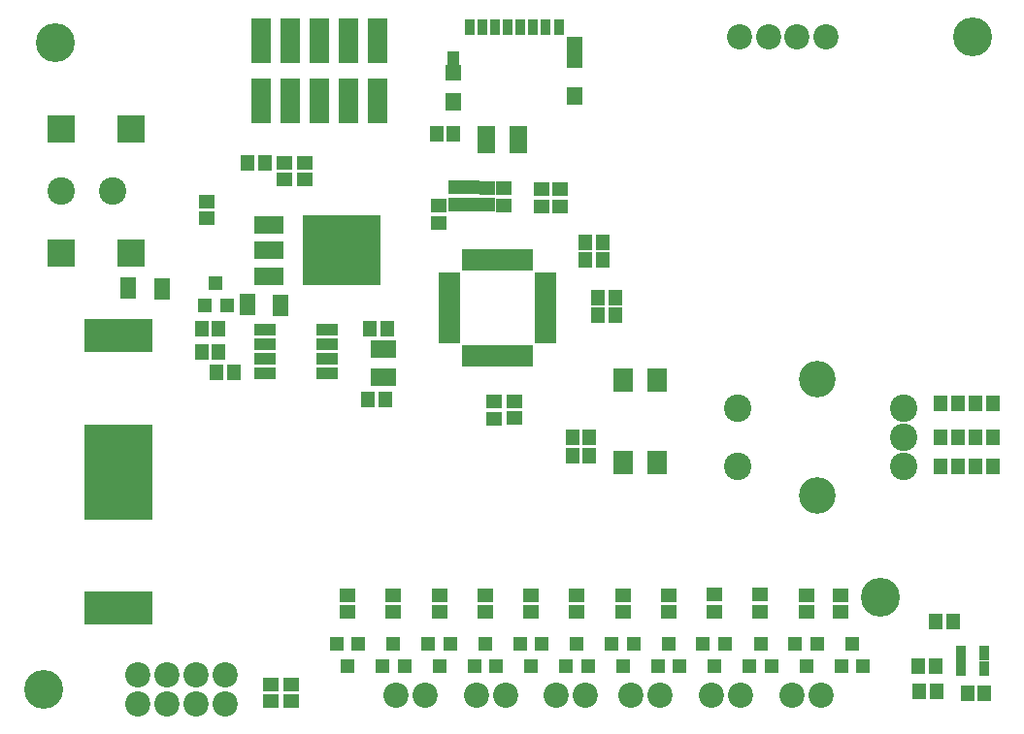
<source format=gbr>
G04 #@! TF.FileFunction,Soldermask,Top*
%FSLAX46Y46*%
G04 Gerber Fmt 4.6, Leading zero omitted, Abs format (unit mm)*
G04 Created by KiCad (PCBNEW 4.0.7) date 06/25/18 12:02:01*
%MOMM*%
%LPD*%
G01*
G04 APERTURE LIST*
%ADD10C,0.100000*%
%ADD11C,3.400000*%
%ADD12R,1.650000X2.400000*%
%ADD13C,2.398980*%
%ADD14R,2.398980X2.398980*%
%ADD15R,1.670000X3.960000*%
%ADD16C,2.200000*%
%ADD17R,1.450000X1.600000*%
%ADD18R,1.450000X1.480000*%
%ADD19R,1.450000X2.790000*%
%ADD20R,1.120000X1.180000*%
%ADD21R,0.900000X1.400000*%
%ADD22R,1.299160X1.400760*%
%ADD23R,1.200100X1.200100*%
%ADD24R,1.400760X1.299160*%
%ADD25C,3.200000*%
%ADD26C,2.400000*%
%ADD27R,2.600000X1.600000*%
%ADD28R,6.800000X6.200000*%
%ADD29R,0.900000X0.750000*%
%ADD30R,0.700000X1.900000*%
%ADD31R,1.900000X0.700000*%
%ADD32R,1.950000X1.000000*%
%ADD33R,2.300000X1.500000*%
%ADD34R,5.960000X3.000000*%
%ADD35R,5.960000X8.400000*%
%ADD36R,1.300000X1.400000*%
%ADD37R,1.400000X1.300000*%
%ADD38R,1.800000X2.000000*%
%ADD39R,1.400760X1.901140*%
%ADD40R,1.400760X1.949400*%
G04 APERTURE END LIST*
D10*
D11*
X112000000Y-118500000D03*
X185000000Y-110500000D03*
X193000000Y-61500000D03*
D12*
X150625000Y-70500000D03*
X153375000Y-70500000D03*
D13*
X118000760Y-75000000D03*
D14*
X113499880Y-69589800D03*
X119600960Y-69589800D03*
X113499880Y-80415280D03*
X119600960Y-80415280D03*
D13*
X113499880Y-75000000D03*
D15*
X138560000Y-61895000D03*
X141100000Y-61895000D03*
X141100000Y-67105000D03*
X138560000Y-67105000D03*
X130920000Y-67105000D03*
X133460000Y-67105000D03*
X136000000Y-67105000D03*
X136000000Y-61895000D03*
X133460000Y-61895000D03*
X130920000Y-61895000D03*
D16*
X172650000Y-61500000D03*
X175190000Y-61500000D03*
X180259840Y-61500000D03*
X177719840Y-61500000D03*
X122730000Y-117230000D03*
X120190000Y-117230000D03*
X125270000Y-117230000D03*
X127810000Y-117230000D03*
X127810000Y-119770000D03*
X125270000Y-119770000D03*
X120190000Y-119770000D03*
X122730000Y-119770000D03*
X145259840Y-119000000D03*
X142719840Y-119000000D03*
X159259840Y-119000000D03*
X156719840Y-119000000D03*
X172759840Y-119000000D03*
X170219840Y-119000000D03*
X152259840Y-119000000D03*
X149719840Y-119000000D03*
X165759840Y-119000000D03*
X163219840Y-119000000D03*
X179759840Y-119000000D03*
X177219840Y-119000000D03*
D17*
X147675000Y-67230000D03*
D18*
X147675000Y-64670000D03*
D17*
X158325000Y-66660000D03*
D19*
X158325000Y-62870000D03*
D20*
X147750000Y-63350000D03*
D21*
X156900000Y-60670000D03*
X155750000Y-60670000D03*
X154650000Y-60670000D03*
X153550000Y-60670000D03*
X152450000Y-60670000D03*
X151350000Y-60670000D03*
X150250000Y-60670000D03*
X149150000Y-60670000D03*
D22*
X131251840Y-72500000D03*
X129748160Y-72500000D03*
D23*
X157550000Y-116500760D03*
X159450000Y-116500760D03*
X158500000Y-114501780D03*
X149550000Y-116500760D03*
X151450000Y-116500760D03*
X150500000Y-114501780D03*
X141550000Y-116500760D03*
X143450000Y-116500760D03*
X142500000Y-114501780D03*
X155450000Y-114499240D03*
X153550000Y-114499240D03*
X154500000Y-116498220D03*
X139450000Y-114499240D03*
X137550000Y-114499240D03*
X138500000Y-116498220D03*
X147450000Y-114499240D03*
X145550000Y-114499240D03*
X146500000Y-116498220D03*
X181550000Y-116500760D03*
X183450000Y-116500760D03*
X182500000Y-114501780D03*
X173575000Y-116500760D03*
X175475000Y-116500760D03*
X174525000Y-114501780D03*
X165550000Y-116500760D03*
X167450000Y-116500760D03*
X166500000Y-114501780D03*
X179450000Y-114499240D03*
X177550000Y-114499240D03*
X178500000Y-116498220D03*
X171400000Y-114499240D03*
X169500000Y-114499240D03*
X170450000Y-116498220D03*
X163450000Y-114499240D03*
X161550000Y-114499240D03*
X162500000Y-116498220D03*
D22*
X146248160Y-70000000D03*
X147751840Y-70000000D03*
D24*
X158500000Y-111751840D03*
X158500000Y-110248160D03*
X150500000Y-111751840D03*
X150500000Y-110248160D03*
X142500000Y-111751840D03*
X142500000Y-110248160D03*
X154500000Y-111751840D03*
X154500000Y-110248160D03*
X138500000Y-111751840D03*
X138500000Y-110248160D03*
X146500000Y-111751840D03*
X146500000Y-110248160D03*
X181500000Y-111751840D03*
X181500000Y-110248160D03*
X174450000Y-111726840D03*
X174450000Y-110223160D03*
X166500000Y-111751840D03*
X166500000Y-110248160D03*
X178500000Y-111751840D03*
X178500000Y-110248160D03*
X170450000Y-111726840D03*
X170450000Y-110223160D03*
X162500000Y-111751840D03*
X162500000Y-110248160D03*
D25*
X179500000Y-91450000D03*
X179500000Y-101550000D03*
D26*
X172500000Y-99040000D03*
X172500000Y-93960000D03*
X187000000Y-93960000D03*
X187000000Y-96500000D03*
X187000000Y-99040000D03*
D24*
X131800000Y-119551840D03*
X131800000Y-118048160D03*
D27*
X131640000Y-77910000D03*
X131640000Y-80190000D03*
X131640000Y-82470000D03*
D28*
X137940000Y-80190000D03*
D29*
X191975000Y-115025000D03*
X194025000Y-116975000D03*
X191975000Y-115675000D03*
X191975000Y-116325000D03*
X191975000Y-116975000D03*
X194025000Y-115650000D03*
X194025000Y-115025000D03*
X194025000Y-116350000D03*
D30*
X149320000Y-80970000D03*
X148820000Y-80970000D03*
X149820000Y-80970000D03*
X150320000Y-80970000D03*
D31*
X155770000Y-85420000D03*
X155770000Y-84920000D03*
X155770000Y-83920000D03*
X155770000Y-84420000D03*
X155770000Y-86920000D03*
X155770000Y-85920000D03*
X155770000Y-86420000D03*
X155770000Y-87920000D03*
X155770000Y-87420000D03*
D30*
X154320000Y-89370000D03*
X153820000Y-89370000D03*
D31*
X147370000Y-87420000D03*
X147370000Y-86920000D03*
X147370000Y-85920000D03*
X147370000Y-86420000D03*
X147370000Y-84920000D03*
X147370000Y-84420000D03*
X147370000Y-85420000D03*
X147370000Y-82920000D03*
X147370000Y-82420000D03*
X147370000Y-83420000D03*
X147370000Y-83920000D03*
D30*
X150820000Y-80970000D03*
X151320000Y-80970000D03*
X152320000Y-80970000D03*
X151820000Y-80970000D03*
X153320000Y-80970000D03*
X153820000Y-80970000D03*
X152820000Y-80970000D03*
D31*
X155770000Y-82920000D03*
X155770000Y-83420000D03*
X155770000Y-82420000D03*
D30*
X154320000Y-80970000D03*
X151820000Y-89370000D03*
X152320000Y-89370000D03*
X153320000Y-89370000D03*
X152820000Y-89370000D03*
X150320000Y-89370000D03*
X151320000Y-89370000D03*
X150820000Y-89370000D03*
X149320000Y-89370000D03*
X149820000Y-89370000D03*
X148820000Y-89370000D03*
D31*
X147370000Y-87920000D03*
D23*
X126050000Y-85000760D03*
X127950000Y-85000760D03*
X127000000Y-83001780D03*
D32*
X136700000Y-90905000D03*
X136700000Y-89635000D03*
X136700000Y-88365000D03*
X136700000Y-87095000D03*
X131300000Y-87095000D03*
X131300000Y-88365000D03*
X131300000Y-89635000D03*
X131300000Y-90905000D03*
D33*
X141600000Y-91200000D03*
X141600000Y-88800000D03*
D11*
X113000000Y-62000000D03*
D22*
X159601840Y-96500000D03*
X158098160Y-96500000D03*
D24*
X155400000Y-76351840D03*
X155400000Y-74848160D03*
X146400000Y-77751840D03*
X146400000Y-76248160D03*
D22*
X160348160Y-84300000D03*
X161851840Y-84300000D03*
X128551840Y-90800000D03*
X127048160Y-90800000D03*
X160348160Y-85800000D03*
X161851840Y-85800000D03*
X127251840Y-89000000D03*
X125748160Y-89000000D03*
X127251840Y-87000000D03*
X125748160Y-87000000D03*
D24*
X157000000Y-76351840D03*
X157000000Y-74848160D03*
D22*
X189751840Y-116500000D03*
X188248160Y-116500000D03*
X189851840Y-118700000D03*
X188348160Y-118700000D03*
D34*
X118500000Y-111405000D03*
D35*
X118500000Y-99500000D03*
D34*
X118500000Y-87595000D03*
D22*
X191751840Y-96500000D03*
X190248160Y-96500000D03*
X191751840Y-99000000D03*
X190248160Y-99000000D03*
X190248160Y-93500000D03*
X191751840Y-93500000D03*
D24*
X133600000Y-119551840D03*
X133600000Y-118048160D03*
D22*
X194751840Y-93500000D03*
D36*
X193248160Y-93500000D03*
D22*
X194751840Y-99000000D03*
D36*
X193248160Y-99000000D03*
D22*
X194751840Y-96500000D03*
D36*
X193248160Y-96500000D03*
D22*
X194051840Y-118800000D03*
D36*
X192548160Y-118800000D03*
D22*
X191281840Y-112560000D03*
D36*
X189778160Y-112560000D03*
D22*
X159601840Y-98125000D03*
D36*
X158098160Y-98125000D03*
D22*
X140248160Y-93200000D03*
D36*
X141751840Y-93200000D03*
D24*
X133000000Y-74001840D03*
D37*
X133000000Y-72498160D03*
D22*
X140448160Y-87000000D03*
D36*
X141951840Y-87000000D03*
D24*
X134750000Y-74001840D03*
D37*
X134750000Y-72498160D03*
D24*
X152080000Y-74748160D03*
D37*
X152080000Y-76251840D03*
D24*
X147930000Y-74638160D03*
D37*
X147930000Y-76141840D03*
D24*
X149320000Y-74658160D03*
D37*
X149320000Y-76161840D03*
D24*
X150680000Y-74698160D03*
D37*
X150680000Y-76201840D03*
D22*
X160751840Y-79500000D03*
D36*
X159248160Y-79500000D03*
D22*
X160751840Y-81000000D03*
D36*
X159248160Y-81000000D03*
D24*
X153075000Y-94826840D03*
D37*
X153075000Y-93323160D03*
D24*
X151275000Y-94876840D03*
D37*
X151275000Y-93373160D03*
D38*
X162500000Y-98700000D03*
X165500000Y-98700000D03*
X162500000Y-91500000D03*
X165500000Y-91500000D03*
D24*
X126180000Y-77391840D03*
D37*
X126180000Y-75888160D03*
D39*
X122273040Y-83495240D03*
D40*
X119346960Y-83485080D03*
D39*
X129726960Y-84924760D03*
D40*
X132653040Y-84934920D03*
M02*

</source>
